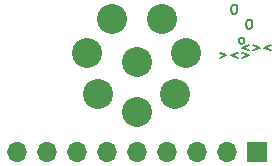
<source format=gbr>
%TF.GenerationSoftware,KiCad,Pcbnew,6.0.10-86aedd382b~118~ubuntu22.04.1*%
%TF.CreationDate,2023-01-03T21:57:38-08:00*%
%TF.ProjectId,GX16-8P-Horizontal,47583136-2d38-4502-9d48-6f72697a6f6e,rev?*%
%TF.SameCoordinates,Original*%
%TF.FileFunction,Soldermask,Top*%
%TF.FilePolarity,Negative*%
%FSLAX46Y46*%
G04 Gerber Fmt 4.6, Leading zero omitted, Abs format (unit mm)*
G04 Created by KiCad (PCBNEW 6.0.10-86aedd382b~118~ubuntu22.04.1) date 2023-01-03 21:57:38*
%MOMM*%
%LPD*%
G01*
G04 APERTURE LIST*
%ADD10C,0.127000*%
%ADD11C,2.540000*%
%ADD12R,1.700000X1.700000*%
%ADD13O,1.700000X1.700000*%
G04 APERTURE END LIST*
D10*
X136452428Y-59907714D02*
X136597571Y-59907714D01*
X136670142Y-59944000D01*
X136742714Y-60016571D01*
X136779000Y-60161714D01*
X136779000Y-60415714D01*
X136742714Y-60560857D01*
X136670142Y-60633428D01*
X136597571Y-60669714D01*
X136452428Y-60669714D01*
X136379857Y-60633428D01*
X136307285Y-60560857D01*
X136271000Y-60415714D01*
X136271000Y-60161714D01*
X136307285Y-60016571D01*
X136379857Y-59944000D01*
X136452428Y-59907714D01*
X136506857Y-62066714D02*
X135926285Y-62284428D01*
X136506857Y-62502142D01*
X136869714Y-62066714D02*
X137450285Y-62284428D01*
X136869714Y-62502142D01*
X138393714Y-62066714D02*
X137813142Y-62284428D01*
X138393714Y-62502142D01*
X135835571Y-61939714D02*
X135763000Y-61903428D01*
X135726714Y-61867142D01*
X135690428Y-61794571D01*
X135690428Y-61576857D01*
X135726714Y-61504285D01*
X135763000Y-61468000D01*
X135835571Y-61431714D01*
X135944428Y-61431714D01*
X136017000Y-61468000D01*
X136053285Y-61504285D01*
X136089571Y-61576857D01*
X136089571Y-61794571D01*
X136053285Y-61867142D01*
X136017000Y-61903428D01*
X135944428Y-61939714D01*
X135835571Y-61939714D01*
X134021285Y-62701714D02*
X134601857Y-62919428D01*
X134021285Y-63137142D01*
X135545285Y-62701714D02*
X134964714Y-62919428D01*
X135545285Y-63137142D01*
X135908142Y-62701714D02*
X136488714Y-62919428D01*
X135908142Y-63137142D01*
X135182428Y-58637714D02*
X135327571Y-58637714D01*
X135400142Y-58674000D01*
X135472714Y-58746571D01*
X135509000Y-58891714D01*
X135509000Y-59145714D01*
X135472714Y-59290857D01*
X135400142Y-59363428D01*
X135327571Y-59399714D01*
X135182428Y-59399714D01*
X135109857Y-59363428D01*
X135037285Y-59290857D01*
X135001000Y-59145714D01*
X135001000Y-58891714D01*
X135037285Y-58746571D01*
X135109857Y-58674000D01*
X135182428Y-58637714D01*
D11*
%TO.C,J1*%
X129125000Y-59819000D03*
X131185000Y-62762000D03*
X130256000Y-66232000D03*
X127000000Y-67750000D03*
X123744000Y-66232000D03*
X122815000Y-62762000D03*
X124875000Y-59819000D03*
X127000000Y-63500000D03*
%TD*%
D12*
%TO.C,J2*%
X137160000Y-71120000D03*
D13*
X134620000Y-71120000D03*
X132080000Y-71120000D03*
X129540000Y-71120000D03*
X127000000Y-71120000D03*
X124460000Y-71120000D03*
X121920000Y-71120000D03*
X119380000Y-71120000D03*
X116840000Y-71120000D03*
%TD*%
M02*

</source>
